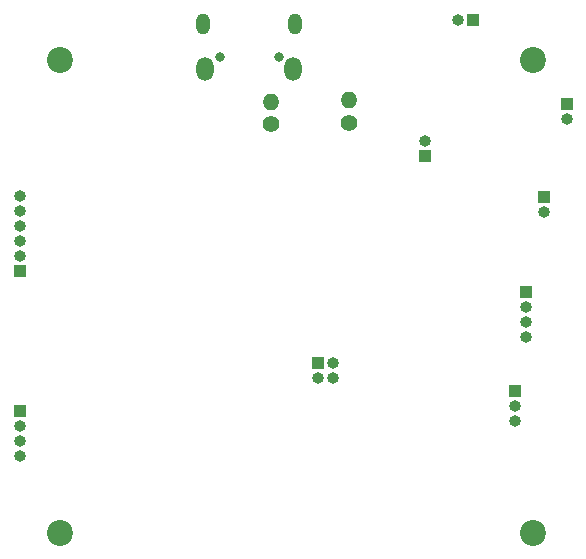
<source format=gbr>
%TF.GenerationSoftware,KiCad,Pcbnew,(5.1.12)-1*%
%TF.CreationDate,2021-12-23T20:15:37-08:00*%
%TF.ProjectId,frozen_stuff,66726f7a-656e-45f7-9374-7566662e6b69,rev?*%
%TF.SameCoordinates,Original*%
%TF.FileFunction,Soldermask,Bot*%
%TF.FilePolarity,Negative*%
%FSLAX46Y46*%
G04 Gerber Fmt 4.6, Leading zero omitted, Abs format (unit mm)*
G04 Created by KiCad (PCBNEW (5.1.12)-1) date 2021-12-23 20:15:37*
%MOMM*%
%LPD*%
G01*
G04 APERTURE LIST*
%ADD10R,1.000000X1.000000*%
%ADD11O,1.000000X1.000000*%
%ADD12C,2.200000*%
%ADD13C,1.400000*%
%ADD14O,1.400000X1.400000*%
%ADD15O,1.450000X2.000000*%
%ADD16O,1.150000X1.800000*%
%ADD17O,0.800000X0.800000*%
G04 APERTURE END LIST*
D10*
%TO.C,J9*%
X207900000Y-88700000D03*
D11*
X207900000Y-89970000D03*
%TD*%
D10*
%TO.C,J8*%
X186800000Y-110600000D03*
D11*
X188070000Y-110600000D03*
X186800000Y-111870000D03*
X188070000Y-111870000D03*
%TD*%
D10*
%TO.C,J7*%
X206000000Y-96600000D03*
D11*
X206000000Y-97870000D03*
%TD*%
D10*
%TO.C,J6*%
X195900000Y-93070000D03*
D11*
X195900000Y-91800000D03*
%TD*%
D12*
%TO.C,H4*%
X165000000Y-85000000D03*
%TD*%
%TO.C,H3*%
X205000000Y-125000000D03*
%TD*%
%TO.C,H2*%
X205000000Y-85000000D03*
%TD*%
%TO.C,H1*%
X165000000Y-125000000D03*
%TD*%
D10*
%TO.C,J4*%
X161594800Y-102870000D03*
D11*
X161594800Y-101600000D03*
X161594800Y-100330000D03*
X161594800Y-99060000D03*
X161594800Y-97790000D03*
X161594800Y-96520000D03*
%TD*%
D10*
%TO.C,J5*%
X161645600Y-114655600D03*
D11*
X161645600Y-115925600D03*
X161645600Y-117195600D03*
X161645600Y-118465600D03*
%TD*%
D13*
%TO.C,R18*%
X182880000Y-90424000D03*
D14*
X182880000Y-88524000D03*
%TD*%
D10*
%TO.C,J3*%
X204470000Y-104648000D03*
D11*
X204470000Y-105918000D03*
X204470000Y-107188000D03*
X204470000Y-108458000D03*
%TD*%
D13*
%TO.C,R17*%
X189484000Y-90292000D03*
D14*
X189484000Y-88392000D03*
%TD*%
D15*
%TO.C,J1*%
X184730000Y-85743000D03*
X177280000Y-85743000D03*
D16*
X184880000Y-81943000D03*
X177130000Y-81943000D03*
D17*
X183505000Y-84693000D03*
X178505000Y-84693000D03*
%TD*%
D10*
%TO.C,BT1*%
X199928000Y-81607000D03*
D11*
X198658000Y-81607000D03*
%TD*%
D10*
%TO.C,J2*%
X203484000Y-112976000D03*
D11*
X203484000Y-114246000D03*
X203484000Y-115516000D03*
%TD*%
M02*

</source>
